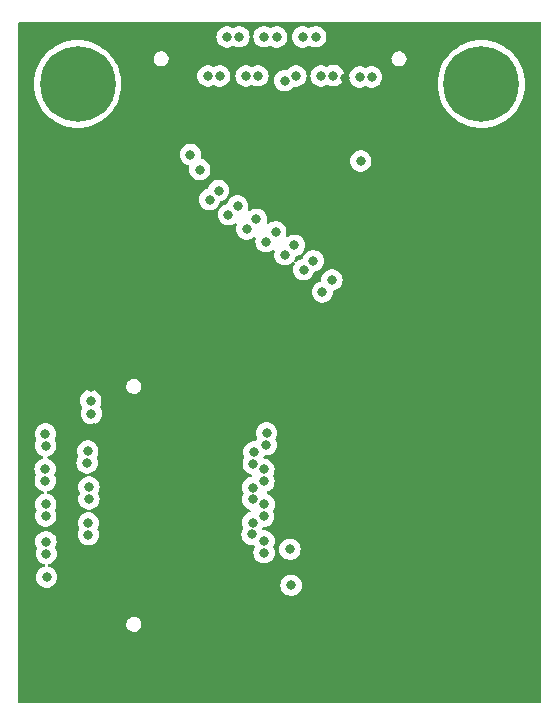
<source format=gbr>
%TF.GenerationSoftware,KiCad,Pcbnew,7.0.1*%
%TF.CreationDate,2023-08-08T21:16:00-04:00*%
%TF.ProjectId,syzygy-txr-to-std,73797a79-6779-42d7-9478-722d746f2d73,rev?*%
%TF.SameCoordinates,Original*%
%TF.FileFunction,Copper,L2,Inr*%
%TF.FilePolarity,Positive*%
%FSLAX46Y46*%
G04 Gerber Fmt 4.6, Leading zero omitted, Abs format (unit mm)*
G04 Created by KiCad (PCBNEW 7.0.1) date 2023-08-08 21:16:00*
%MOMM*%
%LPD*%
G01*
G04 APERTURE LIST*
%TA.AperFunction,ComponentPad*%
%ADD10C,6.400000*%
%TD*%
%TA.AperFunction,ViaPad*%
%ADD11C,0.800000*%
%TD*%
G04 APERTURE END LIST*
D10*
%TO.N,unconnected-(H2-Pad1)*%
%TO.C,H2*%
X137871201Y-68401399D03*
%TD*%
%TO.N,unconnected-(H1-Pad1)*%
%TO.C,H1*%
X172059601Y-68401399D03*
%TD*%
D11*
%TO.N,/SCL*%
X138988800Y-95199200D03*
X147421601Y-74371200D03*
%TO.N,/SDA*%
X139039600Y-96316800D03*
X148221601Y-75641200D03*
%TO.N,/5*%
X149047200Y-78181200D03*
X135149655Y-98023500D03*
%TO.N,/6*%
X153873200Y-97942400D03*
X148911297Y-67716400D03*
%TO.N,/7*%
X135159553Y-99022954D03*
X149821601Y-77419200D03*
%TO.N,/8*%
X149910800Y-67716400D03*
X153845722Y-98951005D03*
%TO.N,/9*%
X138734800Y-99472500D03*
X150639697Y-79468897D03*
%TO.N,/10*%
X150537069Y-64415033D03*
X152806400Y-99568000D03*
%TO.N,/11*%
X138684000Y-100482400D03*
X151421601Y-78740000D03*
%TO.N,/12*%
X152744053Y-100565556D03*
X151536400Y-64396511D03*
%TO.N,/13*%
X135128000Y-100990400D03*
X152196800Y-80670400D03*
%TO.N,/14*%
X152146000Y-67716400D03*
X153644391Y-101038478D03*
%TO.N,/15*%
X135135290Y-101989876D03*
X153021601Y-79857600D03*
%TO.N,/16*%
X153647035Y-102037977D03*
X153145467Y-67708025D03*
%TO.N,/17*%
X153824951Y-81740550D03*
X138836400Y-102530897D03*
%TO.N,/18*%
X153670000Y-64396511D03*
X152704800Y-102565200D03*
%TO.N,/19*%
X138836400Y-103530400D03*
X154656751Y-80908750D03*
%TO.N,/20*%
X152709761Y-103564690D03*
X154736800Y-64414400D03*
%TO.N,/21*%
X155427098Y-82860297D03*
X135178800Y-103987600D03*
%TO.N,/22*%
X153670000Y-103987600D03*
X155397200Y-68122800D03*
%TO.N,/23*%
X135178800Y-104987103D03*
X156233498Y-82053897D03*
%TO.N,/24*%
X156362400Y-67716400D03*
X153619200Y-105003600D03*
%TO.N,/25*%
X157021601Y-84124800D03*
X138785600Y-105562400D03*
%TO.N,/26*%
X156921200Y-64414400D03*
X152704800Y-105537300D03*
%TO.N,/27*%
X157821601Y-83362800D03*
X138785600Y-106561903D03*
%TO.N,/28*%
X152653595Y-106535490D03*
X158038800Y-64396511D03*
%TO.N,/29*%
X158597600Y-86004400D03*
X135189719Y-107154493D03*
%TO.N,/30*%
X153670000Y-107086400D03*
X158496000Y-67716400D03*
%TO.N,/31*%
X159410400Y-84988400D03*
X135229600Y-108153200D03*
%TO.N,/32*%
X159537400Y-67691000D03*
X153669247Y-108085902D03*
%TO.N,/37*%
X161848800Y-74930000D03*
X135255000Y-110159800D03*
%TO.N,/38*%
X155854400Y-107797600D03*
X161763697Y-67818000D03*
%TO.N,/3V3*%
X155956000Y-110845600D03*
X162763200Y-67818000D03*
%TO.N,GND*%
X160508584Y-67927234D03*
X140919200Y-113385600D03*
X139261085Y-97540985D03*
X153480100Y-69799200D03*
X138988800Y-94081600D03*
X145592800Y-69748400D03*
X140665200Y-109931200D03*
X164338000Y-68021200D03*
%TD*%
%TA.AperFunction,Conductor*%
%TO.N,GND*%
G36*
X177085100Y-63153513D02*
G01*
X177130487Y-63198900D01*
X177147100Y-63260900D01*
X177147100Y-120685900D01*
X177130487Y-120747900D01*
X177085100Y-120793287D01*
X177023100Y-120809900D01*
X132958500Y-120809900D01*
X132896500Y-120793287D01*
X132851113Y-120747900D01*
X132834500Y-120685900D01*
X132834500Y-114097455D01*
X141996700Y-114097455D01*
X142006814Y-114258203D01*
X142006815Y-114258205D01*
X142056588Y-114411392D01*
X142090094Y-114464190D01*
X142142893Y-114547388D01*
X142205534Y-114606211D01*
X142260309Y-114657648D01*
X142401455Y-114735244D01*
X142401457Y-114735245D01*
X142557463Y-114775300D01*
X142557465Y-114775300D01*
X142678110Y-114775300D01*
X142678112Y-114775300D01*
X142797801Y-114760180D01*
X142947559Y-114700886D01*
X142947559Y-114700885D01*
X143077867Y-114606211D01*
X143180537Y-114482105D01*
X143249118Y-114336364D01*
X143279299Y-114178147D01*
X143269185Y-114017395D01*
X143219412Y-113864208D01*
X143166612Y-113781010D01*
X143133106Y-113728211D01*
X143015691Y-113617952D01*
X142874542Y-113540354D01*
X142718537Y-113500300D01*
X142718535Y-113500300D01*
X142597890Y-113500300D01*
X142597888Y-113500300D01*
X142478198Y-113515419D01*
X142328440Y-113574713D01*
X142198134Y-113669388D01*
X142095464Y-113793492D01*
X142026882Y-113939236D01*
X141996700Y-114097455D01*
X132834500Y-114097455D01*
X132834500Y-107154493D01*
X134284259Y-107154493D01*
X134304045Y-107342750D01*
X134362539Y-107522777D01*
X134422357Y-107626383D01*
X134438970Y-107688382D01*
X134422358Y-107750381D01*
X134402421Y-107784913D01*
X134343926Y-107964942D01*
X134324140Y-108153199D01*
X134343926Y-108341457D01*
X134402420Y-108521484D01*
X134497066Y-108685416D01*
X134623729Y-108826089D01*
X134776869Y-108937351D01*
X134949797Y-109014344D01*
X135060661Y-109037909D01*
X135119764Y-109068806D01*
X135154313Y-109125852D01*
X135154313Y-109192545D01*
X135119765Y-109249591D01*
X135060662Y-109280489D01*
X134975197Y-109298655D01*
X134802269Y-109375648D01*
X134649129Y-109486910D01*
X134522466Y-109627583D01*
X134427820Y-109791515D01*
X134369326Y-109971542D01*
X134349540Y-110159799D01*
X134369326Y-110348057D01*
X134427820Y-110528084D01*
X134522466Y-110692016D01*
X134649129Y-110832689D01*
X134802269Y-110943951D01*
X134975197Y-111020944D01*
X135160352Y-111060300D01*
X135160354Y-111060300D01*
X135349646Y-111060300D01*
X135349648Y-111060300D01*
X135474056Y-111033856D01*
X135534803Y-111020944D01*
X135707730Y-110943951D01*
X135843099Y-110845600D01*
X155050540Y-110845600D01*
X155070326Y-111033857D01*
X155128820Y-111213884D01*
X155223466Y-111377816D01*
X155350129Y-111518489D01*
X155503269Y-111629751D01*
X155676197Y-111706744D01*
X155861352Y-111746100D01*
X155861354Y-111746100D01*
X156050646Y-111746100D01*
X156050648Y-111746100D01*
X156174084Y-111719862D01*
X156235803Y-111706744D01*
X156408730Y-111629751D01*
X156561871Y-111518488D01*
X156688533Y-111377816D01*
X156783179Y-111213884D01*
X156841674Y-111033856D01*
X156861460Y-110845600D01*
X156841674Y-110657344D01*
X156783179Y-110477316D01*
X156783179Y-110477315D01*
X156688533Y-110313383D01*
X156561870Y-110172710D01*
X156408730Y-110061448D01*
X156235802Y-109984455D01*
X156050648Y-109945100D01*
X156050646Y-109945100D01*
X155861354Y-109945100D01*
X155861352Y-109945100D01*
X155676197Y-109984455D01*
X155503269Y-110061448D01*
X155350129Y-110172710D01*
X155223466Y-110313383D01*
X155128820Y-110477315D01*
X155070326Y-110657342D01*
X155050540Y-110845600D01*
X135843099Y-110845600D01*
X135860871Y-110832688D01*
X135987533Y-110692016D01*
X136082179Y-110528084D01*
X136140674Y-110348056D01*
X136160460Y-110159800D01*
X136140674Y-109971544D01*
X136082179Y-109791516D01*
X136082179Y-109791515D01*
X135987533Y-109627583D01*
X135860870Y-109486910D01*
X135707730Y-109375648D01*
X135534802Y-109298655D01*
X135423937Y-109275090D01*
X135364834Y-109244192D01*
X135330286Y-109187146D01*
X135330286Y-109120453D01*
X135364835Y-109063407D01*
X135423934Y-109032510D01*
X135509403Y-109014344D01*
X135682330Y-108937351D01*
X135835471Y-108826088D01*
X135962133Y-108685416D01*
X136056779Y-108521484D01*
X136115274Y-108341456D01*
X136135060Y-108153200D01*
X136115274Y-107964944D01*
X136084932Y-107871563D01*
X136056779Y-107784915D01*
X135996961Y-107681307D01*
X135980348Y-107619306D01*
X135996959Y-107557310D01*
X136016898Y-107522777D01*
X136075393Y-107342749D01*
X136095179Y-107154493D01*
X136075393Y-106966237D01*
X136016898Y-106786209D01*
X136016898Y-106786208D01*
X135922252Y-106622276D01*
X135867892Y-106561903D01*
X137880140Y-106561903D01*
X137899926Y-106750160D01*
X137958420Y-106930187D01*
X138053066Y-107094119D01*
X138179729Y-107234792D01*
X138332869Y-107346054D01*
X138505797Y-107423047D01*
X138690952Y-107462403D01*
X138690954Y-107462403D01*
X138880246Y-107462403D01*
X138880248Y-107462403D01*
X139035914Y-107429315D01*
X139065403Y-107423047D01*
X139238330Y-107346054D01*
X139336600Y-107274657D01*
X139391470Y-107234792D01*
X139415253Y-107208379D01*
X139518133Y-107094119D01*
X139612779Y-106930187D01*
X139671274Y-106750159D01*
X139691060Y-106561903D01*
X139688284Y-106535490D01*
X151748135Y-106535490D01*
X151767921Y-106723747D01*
X151826415Y-106903774D01*
X151921061Y-107067706D01*
X152047724Y-107208379D01*
X152200864Y-107319641D01*
X152373792Y-107396634D01*
X152558947Y-107435990D01*
X152760436Y-107435990D01*
X152822436Y-107452603D01*
X152867823Y-107497990D01*
X152882550Y-107523498D01*
X152899163Y-107585497D01*
X152882551Y-107647497D01*
X152842067Y-107717618D01*
X152783573Y-107897644D01*
X152763787Y-108085902D01*
X152783573Y-108274159D01*
X152842067Y-108454186D01*
X152936713Y-108618118D01*
X153063376Y-108758791D01*
X153216516Y-108870053D01*
X153389444Y-108947046D01*
X153574599Y-108986402D01*
X153574601Y-108986402D01*
X153763893Y-108986402D01*
X153763895Y-108986402D01*
X153887330Y-108960164D01*
X153949050Y-108947046D01*
X154121977Y-108870053D01*
X154121976Y-108870053D01*
X154275117Y-108758791D01*
X154401780Y-108618118D01*
X154496426Y-108454186D01*
X154533054Y-108341456D01*
X154554921Y-108274158D01*
X154574707Y-108085902D01*
X154554921Y-107897646D01*
X154522414Y-107797600D01*
X154948940Y-107797600D01*
X154968726Y-107985857D01*
X155027220Y-108165884D01*
X155121866Y-108329816D01*
X155248529Y-108470489D01*
X155401669Y-108581751D01*
X155574597Y-108658744D01*
X155759752Y-108698100D01*
X155759754Y-108698100D01*
X155949046Y-108698100D01*
X155949048Y-108698100D01*
X156072484Y-108671862D01*
X156134203Y-108658744D01*
X156307130Y-108581751D01*
X156460271Y-108470488D01*
X156586933Y-108329816D01*
X156681579Y-108165884D01*
X156740074Y-107985856D01*
X156759860Y-107797600D01*
X156740074Y-107609344D01*
X156689822Y-107454684D01*
X156681579Y-107429315D01*
X156586933Y-107265383D01*
X156460270Y-107124710D01*
X156307130Y-107013448D01*
X156134202Y-106936455D01*
X155949048Y-106897100D01*
X155949046Y-106897100D01*
X155759754Y-106897100D01*
X155759752Y-106897100D01*
X155574597Y-106936455D01*
X155401669Y-107013448D01*
X155248529Y-107124710D01*
X155121866Y-107265383D01*
X155027220Y-107429315D01*
X154968726Y-107609342D01*
X154948940Y-107797600D01*
X154522414Y-107797600D01*
X154518292Y-107784913D01*
X154496427Y-107717620D01*
X154496426Y-107717618D01*
X154456693Y-107648799D01*
X154440082Y-107586803D01*
X154456696Y-107524802D01*
X154497178Y-107454685D01*
X154497179Y-107454684D01*
X154555674Y-107274656D01*
X154575460Y-107086400D01*
X154555674Y-106898144D01*
X154507591Y-106750160D01*
X154497179Y-106718115D01*
X154402533Y-106554183D01*
X154275870Y-106413510D01*
X154122730Y-106302248D01*
X153949802Y-106225255D01*
X153764648Y-106185900D01*
X153764646Y-106185900D01*
X153584913Y-106185900D01*
X153522913Y-106169287D01*
X153477526Y-106123901D01*
X153460913Y-106061901D01*
X153477525Y-105999901D01*
X153497040Y-105966099D01*
X153542426Y-105920713D01*
X153604427Y-105904100D01*
X153713848Y-105904100D01*
X153837283Y-105877862D01*
X153899003Y-105864744D01*
X154071930Y-105787751D01*
X154157533Y-105725557D01*
X154225070Y-105676489D01*
X154351733Y-105535816D01*
X154446379Y-105371884D01*
X154453801Y-105349042D01*
X154504874Y-105191856D01*
X154524660Y-105003600D01*
X154504874Y-104815344D01*
X154446379Y-104635316D01*
X154426908Y-104601592D01*
X154410296Y-104539594D01*
X154426907Y-104477597D01*
X154497179Y-104355884D01*
X154555674Y-104175856D01*
X154575460Y-103987600D01*
X154555674Y-103799344D01*
X154497179Y-103619316D01*
X154497179Y-103619315D01*
X154402533Y-103455383D01*
X154275870Y-103314710D01*
X154122730Y-103203448D01*
X153937896Y-103121154D01*
X153939372Y-103117836D01*
X153906655Y-103101572D01*
X153871488Y-103050924D01*
X153865062Y-102989600D01*
X153888967Y-102932763D01*
X153937290Y-102894467D01*
X154099765Y-102822128D01*
X154099765Y-102822127D01*
X154099767Y-102822127D01*
X154252905Y-102710866D01*
X154296216Y-102662765D01*
X154379568Y-102570193D01*
X154474214Y-102406261D01*
X154532709Y-102226233D01*
X154552495Y-102037977D01*
X154532709Y-101849721D01*
X154499250Y-101746745D01*
X154474215Y-101669695D01*
X154471331Y-101664700D01*
X154432783Y-101597933D01*
X154416172Y-101535937D01*
X154432784Y-101473939D01*
X154471570Y-101406762D01*
X154530065Y-101226734D01*
X154549851Y-101038478D01*
X154530065Y-100850222D01*
X154498739Y-100753812D01*
X154471570Y-100670193D01*
X154376924Y-100506261D01*
X154250261Y-100365588D01*
X154097121Y-100254326D01*
X153924193Y-100177333D01*
X153739039Y-100137978D01*
X153739037Y-100137978D01*
X153731905Y-100137978D01*
X153669905Y-100121365D01*
X153624517Y-100075977D01*
X153607905Y-100013977D01*
X153624519Y-99951976D01*
X153625209Y-99950782D01*
X153633101Y-99937112D01*
X153640097Y-99924995D01*
X153640268Y-99925093D01*
X153659067Y-99892533D01*
X153700782Y-99862225D01*
X153751217Y-99851505D01*
X153940370Y-99851505D01*
X154063806Y-99825267D01*
X154125525Y-99812149D01*
X154298452Y-99735156D01*
X154451593Y-99623893D01*
X154578255Y-99483221D01*
X154672901Y-99319289D01*
X154731396Y-99139261D01*
X154751182Y-98951005D01*
X154731396Y-98762749D01*
X154672901Y-98582721D01*
X154643902Y-98532494D01*
X154627291Y-98470499D01*
X154643902Y-98408503D01*
X154700379Y-98310684D01*
X154758874Y-98130656D01*
X154778660Y-97942400D01*
X154758874Y-97754144D01*
X154700379Y-97574116D01*
X154700379Y-97574115D01*
X154605733Y-97410183D01*
X154479070Y-97269510D01*
X154325930Y-97158248D01*
X154153002Y-97081255D01*
X153967848Y-97041900D01*
X153967846Y-97041900D01*
X153778554Y-97041900D01*
X153778552Y-97041900D01*
X153593397Y-97081255D01*
X153420469Y-97158248D01*
X153267329Y-97269510D01*
X153140666Y-97410183D01*
X153046020Y-97574115D01*
X152987526Y-97754142D01*
X152967740Y-97942399D01*
X152987526Y-98130657D01*
X153046020Y-98310684D01*
X153075016Y-98360905D01*
X153091629Y-98422904D01*
X153075016Y-98484904D01*
X153018543Y-98582721D01*
X153018541Y-98582724D01*
X153012028Y-98594007D01*
X153011856Y-98593908D01*
X152993056Y-98626472D01*
X152951341Y-98656780D01*
X152900906Y-98667500D01*
X152711752Y-98667500D01*
X152526597Y-98706855D01*
X152353669Y-98783848D01*
X152200529Y-98895110D01*
X152073866Y-99035783D01*
X151979220Y-99199715D01*
X151920726Y-99379742D01*
X151900940Y-99567999D01*
X151920726Y-99756257D01*
X151979221Y-99936285D01*
X151987591Y-99950782D01*
X152004205Y-100012782D01*
X151987592Y-100074783D01*
X151916873Y-100197271D01*
X151858379Y-100377298D01*
X151838593Y-100565555D01*
X151858379Y-100753813D01*
X151916873Y-100933840D01*
X152011519Y-101097772D01*
X152138182Y-101238445D01*
X152291322Y-101349707D01*
X152464250Y-101426701D01*
X152526424Y-101439916D01*
X152585527Y-101470814D01*
X152620076Y-101527860D01*
X152620076Y-101594552D01*
X152585528Y-101651598D01*
X152526425Y-101682496D01*
X152424997Y-101704055D01*
X152252069Y-101781048D01*
X152098929Y-101892310D01*
X151972266Y-102032983D01*
X151877620Y-102196915D01*
X151819126Y-102376942D01*
X151799340Y-102565200D01*
X151819126Y-102753457D01*
X151877620Y-102933484D01*
X151920204Y-103007241D01*
X151936817Y-103069241D01*
X151920205Y-103131240D01*
X151882581Y-103196406D01*
X151824087Y-103376432D01*
X151804301Y-103564690D01*
X151824087Y-103752947D01*
X151882581Y-103932974D01*
X151977227Y-104096906D01*
X152103890Y-104237579D01*
X152257030Y-104348841D01*
X152429955Y-104425833D01*
X152429956Y-104425833D01*
X152429958Y-104425834D01*
X152445684Y-104429176D01*
X152504787Y-104460073D01*
X152539336Y-104517118D01*
X152539338Y-104583810D01*
X152504791Y-104640857D01*
X152445689Y-104671757D01*
X152424995Y-104676155D01*
X152252069Y-104753148D01*
X152098929Y-104864410D01*
X151972266Y-105005083D01*
X151877620Y-105169015D01*
X151819126Y-105349042D01*
X151799340Y-105537300D01*
X151819126Y-105725557D01*
X151877620Y-105905583D01*
X151891746Y-105930050D01*
X151908358Y-105992049D01*
X151891746Y-106054048D01*
X151826415Y-106167206D01*
X151767921Y-106347232D01*
X151748135Y-106535490D01*
X139688284Y-106535490D01*
X139671274Y-106373647D01*
X139612779Y-106193619D01*
X139572669Y-106124147D01*
X139556058Y-106062151D01*
X139572671Y-106000152D01*
X139612779Y-105930684D01*
X139671274Y-105750656D01*
X139691060Y-105562400D01*
X139671274Y-105374144D01*
X139612779Y-105194116D01*
X139612779Y-105194115D01*
X139518133Y-105030183D01*
X139391470Y-104889510D01*
X139238330Y-104778248D01*
X139065402Y-104701255D01*
X138932887Y-104673088D01*
X138873784Y-104642190D01*
X138839236Y-104585144D01*
X138839236Y-104518451D01*
X138873785Y-104461405D01*
X138932883Y-104430509D01*
X139116203Y-104391544D01*
X139116204Y-104391543D01*
X139116206Y-104391543D01*
X139289130Y-104314551D01*
X139442270Y-104203289D01*
X139568933Y-104062616D01*
X139663579Y-103898684D01*
X139663579Y-103898683D01*
X139722074Y-103718656D01*
X139741860Y-103530400D01*
X139722074Y-103342144D01*
X139663579Y-103162116D01*
X139623469Y-103092644D01*
X139606858Y-103030648D01*
X139623471Y-102968649D01*
X139663579Y-102899181D01*
X139722074Y-102719153D01*
X139741860Y-102530897D01*
X139722074Y-102342641D01*
X139674725Y-102196916D01*
X139663579Y-102162612D01*
X139568933Y-101998680D01*
X139442270Y-101858007D01*
X139289130Y-101746745D01*
X139116202Y-101669752D01*
X138931048Y-101630397D01*
X138931046Y-101630397D01*
X138794045Y-101630397D01*
X138763318Y-101622735D01*
X138752136Y-101628190D01*
X138556597Y-101669752D01*
X138383669Y-101746745D01*
X138230529Y-101858007D01*
X138103866Y-101998680D01*
X138009220Y-102162612D01*
X137950726Y-102342639D01*
X137930940Y-102530897D01*
X137950726Y-102719154D01*
X138009220Y-102899181D01*
X138049327Y-102968648D01*
X138065940Y-103030648D01*
X138049328Y-103092647D01*
X138009220Y-103162116D01*
X137950726Y-103342142D01*
X137930940Y-103530400D01*
X137950726Y-103718657D01*
X138009220Y-103898684D01*
X138103866Y-104062616D01*
X138230529Y-104203289D01*
X138383669Y-104314551D01*
X138556596Y-104391544D01*
X138689112Y-104419711D01*
X138748215Y-104450609D01*
X138782763Y-104507655D01*
X138782763Y-104574347D01*
X138748215Y-104631393D01*
X138689112Y-104662291D01*
X138505797Y-104701255D01*
X138332869Y-104778248D01*
X138179729Y-104889510D01*
X138053066Y-105030183D01*
X137958420Y-105194115D01*
X137899926Y-105374142D01*
X137880140Y-105562399D01*
X137899926Y-105750657D01*
X137958420Y-105930684D01*
X137998527Y-106000151D01*
X138015140Y-106062151D01*
X137998528Y-106124150D01*
X137958420Y-106193619D01*
X137899926Y-106373645D01*
X137880140Y-106561903D01*
X135867892Y-106561903D01*
X135795589Y-106481603D01*
X135642449Y-106370341D01*
X135469521Y-106293348D01*
X135284367Y-106253993D01*
X135284365Y-106253993D01*
X135095073Y-106253993D01*
X135095071Y-106253993D01*
X134909916Y-106293348D01*
X134736988Y-106370341D01*
X134583848Y-106481603D01*
X134457185Y-106622276D01*
X134362539Y-106786208D01*
X134304045Y-106966235D01*
X134284259Y-107154493D01*
X132834500Y-107154493D01*
X132834500Y-100990400D01*
X134222540Y-100990400D01*
X134242326Y-101178657D01*
X134300820Y-101358684D01*
X134344564Y-101434450D01*
X134361177Y-101496449D01*
X134344565Y-101558448D01*
X134308111Y-101621590D01*
X134249616Y-101801618D01*
X134229830Y-101989876D01*
X134249616Y-102178133D01*
X134308110Y-102358160D01*
X134402756Y-102522092D01*
X134529419Y-102662765D01*
X134682559Y-102774027D01*
X134855487Y-102851020D01*
X134954527Y-102872072D01*
X135013630Y-102902970D01*
X135048178Y-102960016D01*
X135048178Y-103026708D01*
X135013630Y-103083754D01*
X134954527Y-103114652D01*
X134898997Y-103126455D01*
X134726069Y-103203448D01*
X134572929Y-103314710D01*
X134446266Y-103455383D01*
X134351620Y-103619315D01*
X134293126Y-103799342D01*
X134273340Y-103987599D01*
X134293126Y-104175857D01*
X134351620Y-104355884D01*
X134391727Y-104425351D01*
X134408340Y-104487351D01*
X134391728Y-104549350D01*
X134351620Y-104618819D01*
X134293126Y-104798845D01*
X134273340Y-104987103D01*
X134293126Y-105175360D01*
X134351620Y-105355387D01*
X134446266Y-105519319D01*
X134572929Y-105659992D01*
X134726069Y-105771254D01*
X134898997Y-105848247D01*
X135084152Y-105887603D01*
X135084154Y-105887603D01*
X135273446Y-105887603D01*
X135273448Y-105887603D01*
X135396884Y-105861365D01*
X135458603Y-105848247D01*
X135631530Y-105771254D01*
X135631530Y-105771253D01*
X135784670Y-105659992D01*
X135911333Y-105519319D01*
X136005979Y-105355387D01*
X136058379Y-105194116D01*
X136064474Y-105175359D01*
X136084260Y-104987103D01*
X136064474Y-104798847D01*
X136013140Y-104640857D01*
X136005980Y-104618821D01*
X135996034Y-104601594D01*
X135965869Y-104549347D01*
X135949258Y-104487351D01*
X135965871Y-104425352D01*
X136005979Y-104355884D01*
X136064474Y-104175856D01*
X136084260Y-103987600D01*
X136064474Y-103799344D01*
X136005979Y-103619316D01*
X136005979Y-103619315D01*
X135911333Y-103455383D01*
X135784670Y-103314710D01*
X135631530Y-103203448D01*
X135458603Y-103126455D01*
X135359561Y-103105403D01*
X135300459Y-103074505D01*
X135265911Y-103017458D01*
X135265911Y-102950766D01*
X135300460Y-102893720D01*
X135359560Y-102862823D01*
X135415093Y-102851020D01*
X135415094Y-102851019D01*
X135415096Y-102851019D01*
X135588020Y-102774027D01*
X135741160Y-102662765D01*
X135867823Y-102522092D01*
X135962469Y-102358160D01*
X135967512Y-102342639D01*
X136020964Y-102178132D01*
X136040750Y-101989876D01*
X136020964Y-101801620D01*
X135964613Y-101628190D01*
X135962470Y-101621594D01*
X135948812Y-101597938D01*
X135918723Y-101545821D01*
X135902111Y-101483823D01*
X135918724Y-101421825D01*
X135955179Y-101358684D01*
X136013674Y-101178656D01*
X136033460Y-100990400D01*
X136013674Y-100802144D01*
X135955179Y-100622116D01*
X135955179Y-100622115D01*
X135874514Y-100482399D01*
X137778540Y-100482399D01*
X137798326Y-100670657D01*
X137856820Y-100850684D01*
X137951466Y-101014616D01*
X138078129Y-101155289D01*
X138231269Y-101266551D01*
X138404197Y-101343544D01*
X138589352Y-101382900D01*
X138726355Y-101382900D01*
X138757081Y-101390561D01*
X138768264Y-101385107D01*
X138892584Y-101358682D01*
X138963803Y-101343544D01*
X139136730Y-101266551D01*
X139289871Y-101155288D01*
X139416533Y-101014616D01*
X139511179Y-100850684D01*
X139569674Y-100670656D01*
X139589460Y-100482400D01*
X139569674Y-100294144D01*
X139511179Y-100114116D01*
X139493468Y-100083441D01*
X139476857Y-100021445D01*
X139493470Y-99959445D01*
X139506842Y-99936285D01*
X139561979Y-99840784D01*
X139620474Y-99660756D01*
X139640260Y-99472500D01*
X139620474Y-99284244D01*
X139561979Y-99104216D01*
X139561979Y-99104215D01*
X139467333Y-98940283D01*
X139340670Y-98799610D01*
X139187530Y-98688348D01*
X139014602Y-98611355D01*
X138829448Y-98572000D01*
X138829446Y-98572000D01*
X138640154Y-98572000D01*
X138640152Y-98572000D01*
X138454997Y-98611355D01*
X138282069Y-98688348D01*
X138128929Y-98799610D01*
X138002266Y-98940283D01*
X137907620Y-99104215D01*
X137849126Y-99284242D01*
X137829340Y-99472500D01*
X137849126Y-99660757D01*
X137907620Y-99840784D01*
X137925329Y-99871456D01*
X137941942Y-99933456D01*
X137925329Y-99995456D01*
X137856820Y-100114115D01*
X137798326Y-100294142D01*
X137778540Y-100482399D01*
X135874514Y-100482399D01*
X135860533Y-100458183D01*
X135733870Y-100317510D01*
X135580730Y-100206248D01*
X135395896Y-100123954D01*
X135397317Y-100120761D01*
X135358408Y-100100415D01*
X135323865Y-100043368D01*
X135323868Y-99976678D01*
X135358418Y-99919635D01*
X135417518Y-99888739D01*
X135439356Y-99884098D01*
X135439357Y-99884097D01*
X135439359Y-99884097D01*
X135612283Y-99807105D01*
X135765423Y-99695843D01*
X135892086Y-99555170D01*
X135986732Y-99391238D01*
X136010110Y-99319289D01*
X136045227Y-99211210D01*
X136065013Y-99022954D01*
X136045227Y-98834698D01*
X135986732Y-98654670D01*
X135986732Y-98654669D01*
X135941690Y-98576655D01*
X135925077Y-98514655D01*
X135941690Y-98452654D01*
X135958866Y-98422905D01*
X135976834Y-98391784D01*
X136035329Y-98211756D01*
X136055115Y-98023500D01*
X136035329Y-97835244D01*
X135976834Y-97655216D01*
X135976834Y-97655215D01*
X135882188Y-97491283D01*
X135755525Y-97350610D01*
X135602385Y-97239348D01*
X135429457Y-97162355D01*
X135244303Y-97123000D01*
X135244301Y-97123000D01*
X135055009Y-97123000D01*
X135055007Y-97123000D01*
X134869852Y-97162355D01*
X134696924Y-97239348D01*
X134543784Y-97350610D01*
X134417121Y-97491283D01*
X134322475Y-97655215D01*
X134263981Y-97835242D01*
X134244195Y-98023500D01*
X134263981Y-98211757D01*
X134322475Y-98391784D01*
X134367517Y-98469798D01*
X134384130Y-98531797D01*
X134367518Y-98593797D01*
X134332373Y-98654670D01*
X134273879Y-98834696D01*
X134267529Y-98895112D01*
X134254093Y-99022954D01*
X134262634Y-99104215D01*
X134273879Y-99211211D01*
X134332373Y-99391238D01*
X134427019Y-99555170D01*
X134553682Y-99695843D01*
X134706822Y-99807105D01*
X134891657Y-99889400D01*
X134890234Y-99892595D01*
X134929126Y-99912920D01*
X134963682Y-99969965D01*
X134963688Y-100036660D01*
X134929141Y-100093711D01*
X134870037Y-100124613D01*
X134848195Y-100129255D01*
X134675269Y-100206248D01*
X134522129Y-100317510D01*
X134395466Y-100458183D01*
X134300820Y-100622115D01*
X134242326Y-100802142D01*
X134222540Y-100990400D01*
X132834500Y-100990400D01*
X132834500Y-95199200D01*
X138083340Y-95199200D01*
X138103126Y-95387457D01*
X138161620Y-95567484D01*
X138261219Y-95739994D01*
X138277832Y-95801994D01*
X138261219Y-95863994D01*
X138212420Y-95948515D01*
X138153926Y-96128542D01*
X138134140Y-96316799D01*
X138153926Y-96505057D01*
X138212420Y-96685084D01*
X138307066Y-96849016D01*
X138433729Y-96989689D01*
X138586869Y-97100951D01*
X138759797Y-97177944D01*
X138944952Y-97217300D01*
X138944954Y-97217300D01*
X139134246Y-97217300D01*
X139134248Y-97217300D01*
X139257683Y-97191062D01*
X139319403Y-97177944D01*
X139492330Y-97100951D01*
X139645471Y-96989688D01*
X139772133Y-96849016D01*
X139866779Y-96685084D01*
X139925274Y-96505056D01*
X139945060Y-96316800D01*
X139925274Y-96128544D01*
X139866779Y-95948516D01*
X139866779Y-95948515D01*
X139767180Y-95776005D01*
X139750567Y-95714004D01*
X139767179Y-95652007D01*
X139815979Y-95567484D01*
X139874474Y-95387456D01*
X139894260Y-95199200D01*
X139874474Y-95010944D01*
X139815979Y-94830916D01*
X139815979Y-94830915D01*
X139721333Y-94666983D01*
X139594670Y-94526310D01*
X139441530Y-94415048D01*
X139268602Y-94338055D01*
X139083448Y-94298700D01*
X139083446Y-94298700D01*
X138894154Y-94298700D01*
X138894152Y-94298700D01*
X138708997Y-94338055D01*
X138536069Y-94415048D01*
X138382929Y-94526310D01*
X138256266Y-94666983D01*
X138161620Y-94830915D01*
X138103126Y-95010942D01*
X138083340Y-95199200D01*
X132834500Y-95199200D01*
X132834500Y-93967455D01*
X141996700Y-93967455D01*
X142006814Y-94128203D01*
X142006815Y-94128205D01*
X142056588Y-94281392D01*
X142067572Y-94298700D01*
X142142893Y-94417388D01*
X142205534Y-94476211D01*
X142260309Y-94527648D01*
X142401455Y-94605244D01*
X142401457Y-94605245D01*
X142557463Y-94645300D01*
X142557465Y-94645300D01*
X142678110Y-94645300D01*
X142678112Y-94645300D01*
X142797801Y-94630180D01*
X142947559Y-94570886D01*
X142947558Y-94570886D01*
X143077867Y-94476211D01*
X143180537Y-94352105D01*
X143249118Y-94206364D01*
X143279299Y-94048147D01*
X143269185Y-93887395D01*
X143219412Y-93734208D01*
X143166612Y-93651010D01*
X143133106Y-93598211D01*
X143015691Y-93487952D01*
X142874542Y-93410354D01*
X142718537Y-93370300D01*
X142718535Y-93370300D01*
X142597890Y-93370300D01*
X142597888Y-93370300D01*
X142478198Y-93385419D01*
X142328440Y-93444713D01*
X142198134Y-93539388D01*
X142095464Y-93663492D01*
X142026882Y-93809236D01*
X141996700Y-93967455D01*
X132834500Y-93967455D01*
X132834500Y-86004400D01*
X157692140Y-86004400D01*
X157711926Y-86192657D01*
X157770420Y-86372684D01*
X157865066Y-86536616D01*
X157991729Y-86677289D01*
X158144869Y-86788551D01*
X158317797Y-86865544D01*
X158502952Y-86904900D01*
X158502954Y-86904900D01*
X158692246Y-86904900D01*
X158692248Y-86904900D01*
X158815684Y-86878662D01*
X158877403Y-86865544D01*
X159050330Y-86788551D01*
X159203471Y-86677288D01*
X159330133Y-86536616D01*
X159424779Y-86372684D01*
X159483274Y-86192656D01*
X159503060Y-86004400D01*
X159502900Y-86002878D01*
X159504168Y-85993850D01*
X159504422Y-85991439D01*
X159504506Y-85991447D01*
X159511248Y-85943465D01*
X159546514Y-85894925D01*
X159600440Y-85868624D01*
X159661313Y-85855684D01*
X159690203Y-85849544D01*
X159863130Y-85772551D01*
X160016271Y-85661288D01*
X160142933Y-85520616D01*
X160237579Y-85356684D01*
X160296074Y-85176656D01*
X160315860Y-84988400D01*
X160296074Y-84800144D01*
X160237579Y-84620116D01*
X160237579Y-84620115D01*
X160142933Y-84456183D01*
X160016270Y-84315510D01*
X159863130Y-84204248D01*
X159690202Y-84127255D01*
X159505048Y-84087900D01*
X159505046Y-84087900D01*
X159315754Y-84087900D01*
X159315752Y-84087900D01*
X159130597Y-84127255D01*
X158957669Y-84204248D01*
X158804529Y-84315510D01*
X158677866Y-84456183D01*
X158583220Y-84620115D01*
X158524726Y-84800142D01*
X158504940Y-84988400D01*
X158505100Y-84989927D01*
X158503830Y-84998958D01*
X158503578Y-85001361D01*
X158503494Y-85001352D01*
X158496749Y-85049338D01*
X158461484Y-85097875D01*
X158407561Y-85124175D01*
X158317796Y-85143255D01*
X158144869Y-85220248D01*
X157991729Y-85331510D01*
X157865066Y-85472183D01*
X157770420Y-85636115D01*
X157711926Y-85816142D01*
X157692140Y-86004400D01*
X132834500Y-86004400D01*
X132834500Y-79468897D01*
X149734237Y-79468897D01*
X149754023Y-79657154D01*
X149812517Y-79837181D01*
X149907163Y-80001113D01*
X150033826Y-80141786D01*
X150186966Y-80253048D01*
X150359894Y-80330041D01*
X150545049Y-80369397D01*
X150545051Y-80369397D01*
X150734343Y-80369397D01*
X150734345Y-80369397D01*
X150857780Y-80343159D01*
X150919500Y-80330041D01*
X150988890Y-80299145D01*
X151092424Y-80253050D01*
X151092427Y-80253048D01*
X151167401Y-80198575D01*
X151224743Y-80175873D01*
X151285932Y-80183602D01*
X151335828Y-80219854D01*
X151362088Y-80275659D01*
X151358216Y-80337212D01*
X151311126Y-80482140D01*
X151304996Y-80540465D01*
X151291340Y-80670400D01*
X151296356Y-80718123D01*
X151311126Y-80858657D01*
X151369620Y-81038684D01*
X151464266Y-81202616D01*
X151590929Y-81343289D01*
X151744069Y-81454551D01*
X151916997Y-81531544D01*
X152102152Y-81570900D01*
X152102154Y-81570900D01*
X152291446Y-81570900D01*
X152291448Y-81570900D01*
X152414884Y-81544662D01*
X152476603Y-81531544D01*
X152545993Y-81500648D01*
X152649527Y-81454553D01*
X152668228Y-81440966D01*
X152761641Y-81373097D01*
X152818982Y-81350395D01*
X152880170Y-81358124D01*
X152930067Y-81394375D01*
X152956327Y-81450180D01*
X152952456Y-81511733D01*
X152939277Y-81552294D01*
X152931931Y-81622187D01*
X152919491Y-81740550D01*
X152939277Y-81928807D01*
X152997771Y-82108834D01*
X153092417Y-82272766D01*
X153219080Y-82413439D01*
X153372220Y-82524701D01*
X153545148Y-82601694D01*
X153730303Y-82641050D01*
X153730305Y-82641050D01*
X153919597Y-82641050D01*
X153919599Y-82641050D01*
X154043035Y-82614812D01*
X154104754Y-82601694D01*
X154174144Y-82570798D01*
X154277678Y-82524703D01*
X154277681Y-82524701D01*
X154376847Y-82452652D01*
X154434188Y-82429950D01*
X154495377Y-82437679D01*
X154545273Y-82473931D01*
X154571533Y-82529736D01*
X154567661Y-82591289D01*
X154541424Y-82672037D01*
X154521638Y-82860297D01*
X154541424Y-83048554D01*
X154599918Y-83228581D01*
X154694564Y-83392513D01*
X154821227Y-83533186D01*
X154974367Y-83644448D01*
X155147295Y-83721441D01*
X155332450Y-83760797D01*
X155332452Y-83760797D01*
X155521744Y-83760797D01*
X155521746Y-83760797D01*
X155661534Y-83731084D01*
X155706901Y-83721441D01*
X155879828Y-83644448D01*
X156032969Y-83533185D01*
X156052913Y-83511034D01*
X156102652Y-83477485D01*
X156162320Y-83471214D01*
X156217948Y-83493689D01*
X156256513Y-83539649D01*
X156268987Y-83598334D01*
X156252450Y-83656007D01*
X156194421Y-83756515D01*
X156135927Y-83936542D01*
X156116141Y-84124800D01*
X156135927Y-84313057D01*
X156194421Y-84493084D01*
X156289067Y-84657016D01*
X156415730Y-84797689D01*
X156568870Y-84908951D01*
X156741798Y-84985944D01*
X156926953Y-85025300D01*
X156926955Y-85025300D01*
X157116247Y-85025300D01*
X157116249Y-85025300D01*
X157289849Y-84988400D01*
X157301404Y-84985944D01*
X157474331Y-84908951D01*
X157624092Y-84800144D01*
X157627471Y-84797689D01*
X157754134Y-84657016D01*
X157848780Y-84493084D01*
X157901852Y-84329745D01*
X157936811Y-84275913D01*
X157994003Y-84246773D01*
X158064568Y-84231773D01*
X158101404Y-84223944D01*
X158274331Y-84146951D01*
X158427472Y-84035688D01*
X158554134Y-83895016D01*
X158648780Y-83731084D01*
X158707275Y-83551056D01*
X158727061Y-83362800D01*
X158707275Y-83174544D01*
X158665244Y-83045187D01*
X158648780Y-82994515D01*
X158554134Y-82830583D01*
X158427471Y-82689910D01*
X158274331Y-82578648D01*
X158101403Y-82501655D01*
X157916249Y-82462300D01*
X157916247Y-82462300D01*
X157726955Y-82462300D01*
X157726953Y-82462300D01*
X157541798Y-82501655D01*
X157368870Y-82578648D01*
X157215730Y-82689910D01*
X157089067Y-82830583D01*
X156994422Y-82994514D01*
X156941349Y-83157855D01*
X156906390Y-83211686D01*
X156849200Y-83240826D01*
X156741797Y-83263655D01*
X156568870Y-83340648D01*
X156415731Y-83451910D01*
X156395783Y-83474064D01*
X156346043Y-83507612D01*
X156286375Y-83513882D01*
X156230748Y-83491406D01*
X156192184Y-83445445D01*
X156179711Y-83386760D01*
X156196246Y-83329092D01*
X156254277Y-83228581D01*
X156312772Y-83048553D01*
X156313126Y-83045183D01*
X156329058Y-82996148D01*
X156363560Y-82957829D01*
X156410666Y-82936857D01*
X156480029Y-82922112D01*
X156513301Y-82915041D01*
X156686228Y-82838048D01*
X156839369Y-82726785D01*
X156966031Y-82586113D01*
X157060677Y-82422181D01*
X157119172Y-82242153D01*
X157138958Y-82053897D01*
X157119172Y-81865641D01*
X157060677Y-81685613D01*
X157060677Y-81685612D01*
X156966031Y-81521680D01*
X156839368Y-81381007D01*
X156686228Y-81269745D01*
X156513300Y-81192752D01*
X156328146Y-81153397D01*
X156328144Y-81153397D01*
X156138852Y-81153397D01*
X156138850Y-81153397D01*
X155953695Y-81192752D01*
X155780767Y-81269745D01*
X155704049Y-81325484D01*
X155646705Y-81348188D01*
X155585516Y-81340458D01*
X155535620Y-81304206D01*
X155509360Y-81248401D01*
X155513233Y-81186848D01*
X155524102Y-81153397D01*
X155542425Y-81097006D01*
X155562211Y-80908750D01*
X155542425Y-80720494D01*
X155512083Y-80627113D01*
X155483930Y-80540465D01*
X155389284Y-80376533D01*
X155262621Y-80235860D01*
X155109481Y-80124598D01*
X154936553Y-80047605D01*
X154751399Y-80008250D01*
X154751397Y-80008250D01*
X154562105Y-80008250D01*
X154562103Y-80008250D01*
X154376948Y-80047605D01*
X154204020Y-80124598D01*
X154090830Y-80206835D01*
X154033485Y-80229539D01*
X153972296Y-80221809D01*
X153922400Y-80185556D01*
X153896141Y-80129750D01*
X153900014Y-80068200D01*
X153907275Y-80045856D01*
X153927061Y-79857600D01*
X153907275Y-79669344D01*
X153848780Y-79489316D01*
X153848780Y-79489315D01*
X153754134Y-79325383D01*
X153627471Y-79184710D01*
X153474331Y-79073448D01*
X153301403Y-78996455D01*
X153116249Y-78957100D01*
X153116247Y-78957100D01*
X152926955Y-78957100D01*
X152926953Y-78957100D01*
X152741798Y-78996455D01*
X152568873Y-79073446D01*
X152473430Y-79142790D01*
X152416086Y-79165493D01*
X152354897Y-79157763D01*
X152305001Y-79121511D01*
X152278741Y-79065706D01*
X152282614Y-79004153D01*
X152285115Y-78996456D01*
X152307275Y-78928256D01*
X152327061Y-78740000D01*
X152307275Y-78551744D01*
X152248780Y-78371716D01*
X152248780Y-78371715D01*
X152154134Y-78207783D01*
X152027471Y-78067110D01*
X151874331Y-77955848D01*
X151701403Y-77878855D01*
X151516249Y-77839500D01*
X151516247Y-77839500D01*
X151326955Y-77839500D01*
X151326953Y-77839500D01*
X151141798Y-77878855D01*
X150968870Y-77955848D01*
X150815730Y-78067110D01*
X150689067Y-78207783D01*
X150594422Y-78371714D01*
X150551560Y-78503628D01*
X150516601Y-78557459D01*
X150459411Y-78586599D01*
X150359893Y-78607752D01*
X150186966Y-78684745D01*
X150033825Y-78796008D01*
X149982149Y-78853400D01*
X149932409Y-78886949D01*
X149919586Y-78888296D01*
X149904283Y-78941669D01*
X149812517Y-79100612D01*
X149754023Y-79280639D01*
X149734237Y-79468897D01*
X132834500Y-79468897D01*
X132834500Y-78181199D01*
X148141740Y-78181199D01*
X148161526Y-78369457D01*
X148220020Y-78549484D01*
X148314666Y-78713416D01*
X148441329Y-78854089D01*
X148594469Y-78965351D01*
X148767397Y-79042344D01*
X148952552Y-79081700D01*
X148952554Y-79081700D01*
X149141846Y-79081700D01*
X149141848Y-79081700D01*
X149265284Y-79055462D01*
X149327003Y-79042344D01*
X149499930Y-78965351D01*
X149653071Y-78854088D01*
X149704746Y-78796696D01*
X149754485Y-78763147D01*
X149767308Y-78761799D01*
X149782613Y-78708427D01*
X149796286Y-78684746D01*
X149874379Y-78549484D01*
X149929351Y-78380296D01*
X149964309Y-78326466D01*
X150021497Y-78297328D01*
X150101404Y-78280344D01*
X150101405Y-78280343D01*
X150101407Y-78280343D01*
X150274331Y-78203351D01*
X150427471Y-78092089D01*
X150449961Y-78067112D01*
X150554134Y-77951416D01*
X150648780Y-77787484D01*
X150707275Y-77607456D01*
X150727061Y-77419200D01*
X150707275Y-77230944D01*
X150648780Y-77050916D01*
X150648780Y-77050915D01*
X150554134Y-76886983D01*
X150427471Y-76746310D01*
X150274331Y-76635048D01*
X150101403Y-76558055D01*
X149916249Y-76518700D01*
X149916247Y-76518700D01*
X149726955Y-76518700D01*
X149726953Y-76518700D01*
X149541798Y-76558055D01*
X149368870Y-76635048D01*
X149215730Y-76746310D01*
X149089067Y-76886983D01*
X148994422Y-77050914D01*
X148939450Y-77220100D01*
X148904492Y-77273931D01*
X148847302Y-77303071D01*
X148767397Y-77320056D01*
X148594467Y-77397049D01*
X148441329Y-77508310D01*
X148314666Y-77648983D01*
X148220020Y-77812915D01*
X148161526Y-77992942D01*
X148141740Y-78181199D01*
X132834500Y-78181199D01*
X132834500Y-74371199D01*
X146516141Y-74371199D01*
X146535927Y-74559457D01*
X146594421Y-74739484D01*
X146689067Y-74903416D01*
X146815730Y-75044089D01*
X146968870Y-75155351D01*
X147141798Y-75232344D01*
X147255725Y-75256560D01*
X147316082Y-75288651D01*
X147350261Y-75347851D01*
X147347876Y-75416167D01*
X147335928Y-75452940D01*
X147335927Y-75452944D01*
X147320168Y-75602888D01*
X147316141Y-75641200D01*
X147335927Y-75829457D01*
X147394421Y-76009484D01*
X147489067Y-76173416D01*
X147615730Y-76314089D01*
X147768870Y-76425351D01*
X147941798Y-76502344D01*
X148126953Y-76541700D01*
X148126955Y-76541700D01*
X148316247Y-76541700D01*
X148316249Y-76541700D01*
X148439684Y-76515462D01*
X148501404Y-76502344D01*
X148674331Y-76425351D01*
X148827472Y-76314088D01*
X148954134Y-76173416D01*
X149048780Y-76009484D01*
X149107275Y-75829456D01*
X149127061Y-75641200D01*
X149107275Y-75452944D01*
X149048780Y-75272916D01*
X149048780Y-75272915D01*
X148954134Y-75108983D01*
X148827471Y-74968310D01*
X148774741Y-74930000D01*
X160943340Y-74930000D01*
X160947367Y-74968312D01*
X160963126Y-75118257D01*
X161021620Y-75298284D01*
X161116266Y-75462216D01*
X161242929Y-75602889D01*
X161396069Y-75714151D01*
X161568997Y-75791144D01*
X161754152Y-75830500D01*
X161754154Y-75830500D01*
X161943446Y-75830500D01*
X161943448Y-75830500D01*
X162066884Y-75804262D01*
X162128603Y-75791144D01*
X162301530Y-75714151D01*
X162454671Y-75602888D01*
X162581333Y-75462216D01*
X162675979Y-75298284D01*
X162734474Y-75118256D01*
X162754260Y-74930000D01*
X162734474Y-74741744D01*
X162675979Y-74561716D01*
X162675979Y-74561715D01*
X162581333Y-74397783D01*
X162454670Y-74257110D01*
X162301530Y-74145848D01*
X162128602Y-74068855D01*
X161943448Y-74029500D01*
X161943446Y-74029500D01*
X161754154Y-74029500D01*
X161754152Y-74029500D01*
X161568997Y-74068855D01*
X161396069Y-74145848D01*
X161242929Y-74257110D01*
X161116266Y-74397783D01*
X161021620Y-74561715D01*
X160963126Y-74741742D01*
X160959099Y-74780055D01*
X160943340Y-74930000D01*
X148774741Y-74930000D01*
X148674331Y-74857048D01*
X148501403Y-74780055D01*
X148387475Y-74755839D01*
X148327118Y-74723747D01*
X148292939Y-74664546D01*
X148295324Y-74596234D01*
X148307275Y-74559456D01*
X148327061Y-74371200D01*
X148307275Y-74182944D01*
X148248780Y-74002916D01*
X148248780Y-74002915D01*
X148154134Y-73838983D01*
X148027471Y-73698310D01*
X147874331Y-73587048D01*
X147701403Y-73510055D01*
X147516249Y-73470700D01*
X147516247Y-73470700D01*
X147326955Y-73470700D01*
X147326953Y-73470700D01*
X147141798Y-73510055D01*
X146968870Y-73587048D01*
X146815730Y-73698310D01*
X146689067Y-73838983D01*
X146594421Y-74002915D01*
X146535927Y-74182942D01*
X146516141Y-74371199D01*
X132834500Y-74371199D01*
X132834500Y-68401399D01*
X134165623Y-68401399D01*
X134185923Y-68788739D01*
X134246597Y-69171828D01*
X134346986Y-69546485D01*
X134485986Y-69908592D01*
X134662077Y-70254192D01*
X134873322Y-70579479D01*
X134873325Y-70579483D01*
X135117420Y-70880915D01*
X135391685Y-71155180D01*
X135693117Y-71399275D01*
X135693119Y-71399276D01*
X135693120Y-71399277D01*
X136018407Y-71610522D01*
X136364007Y-71786613D01*
X136726114Y-71925613D01*
X137100771Y-72026002D01*
X137292315Y-72056338D01*
X137483863Y-72086677D01*
X137871201Y-72106977D01*
X138258539Y-72086677D01*
X138507887Y-72047184D01*
X138641630Y-72026002D01*
X138641634Y-72026001D01*
X139016288Y-71925613D01*
X139378395Y-71786613D01*
X139723990Y-71610524D01*
X139723989Y-71610524D01*
X139723994Y-71610522D01*
X139886637Y-71504899D01*
X140049285Y-71399275D01*
X140350717Y-71155180D01*
X140624982Y-70880915D01*
X140869077Y-70579483D01*
X140974701Y-70416835D01*
X141080324Y-70254192D01*
X141092574Y-70230149D01*
X141256415Y-69908593D01*
X141395415Y-69546486D01*
X141495803Y-69171832D01*
X141556479Y-68788737D01*
X141576779Y-68401399D01*
X141556479Y-68014061D01*
X141515371Y-67754515D01*
X141509334Y-67716399D01*
X148005837Y-67716399D01*
X148025623Y-67904657D01*
X148084117Y-68084684D01*
X148178763Y-68248616D01*
X148305426Y-68389289D01*
X148458566Y-68500551D01*
X148631494Y-68577544D01*
X148816649Y-68616900D01*
X148816651Y-68616900D01*
X149005943Y-68616900D01*
X149005945Y-68616900D01*
X149191097Y-68577545D01*
X149191098Y-68577544D01*
X149191100Y-68577544D01*
X149360615Y-68502069D01*
X149411047Y-68491350D01*
X149461483Y-68502071D01*
X149630997Y-68577544D01*
X149816152Y-68616900D01*
X149816154Y-68616900D01*
X150005446Y-68616900D01*
X150005448Y-68616900D01*
X150128883Y-68590662D01*
X150190603Y-68577544D01*
X150363530Y-68500551D01*
X150516671Y-68389288D01*
X150643333Y-68248616D01*
X150737979Y-68084684D01*
X150796474Y-67904656D01*
X150816260Y-67716400D01*
X150816260Y-67716399D01*
X151240540Y-67716399D01*
X151260326Y-67904657D01*
X151318820Y-68084684D01*
X151413466Y-68248616D01*
X151540129Y-68389289D01*
X151693269Y-68500551D01*
X151866197Y-68577544D01*
X152051352Y-68616900D01*
X152051354Y-68616900D01*
X152240646Y-68616900D01*
X152240648Y-68616900D01*
X152425800Y-68577545D01*
X152425801Y-68577544D01*
X152425803Y-68577544D01*
X152598730Y-68500551D01*
X152598735Y-68500547D01*
X152604701Y-68497891D01*
X152655138Y-68487170D01*
X152705571Y-68497890D01*
X152827426Y-68552144D01*
X152865664Y-68569169D01*
X153050819Y-68608525D01*
X153050821Y-68608525D01*
X153240113Y-68608525D01*
X153240115Y-68608525D01*
X153363550Y-68582287D01*
X153425270Y-68569169D01*
X153598197Y-68492176D01*
X153672120Y-68438468D01*
X153751337Y-68380914D01*
X153766667Y-68363889D01*
X153878000Y-68240241D01*
X153945805Y-68122799D01*
X154491740Y-68122799D01*
X154511526Y-68311057D01*
X154570020Y-68491084D01*
X154664666Y-68655016D01*
X154791329Y-68795689D01*
X154944469Y-68906951D01*
X155117397Y-68983944D01*
X155302552Y-69023300D01*
X155302554Y-69023300D01*
X155491846Y-69023300D01*
X155491848Y-69023300D01*
X155615283Y-68997062D01*
X155677003Y-68983944D01*
X155849930Y-68906951D01*
X156003071Y-68795688D01*
X156129733Y-68655016D01*
X156129734Y-68655013D01*
X156132807Y-68651601D01*
X156186640Y-68616642D01*
X156250738Y-68613283D01*
X156267754Y-68616900D01*
X156457046Y-68616900D01*
X156457048Y-68616900D01*
X156580483Y-68590662D01*
X156642203Y-68577544D01*
X156815130Y-68500551D01*
X156968271Y-68389288D01*
X157094933Y-68248616D01*
X157189579Y-68084684D01*
X157248074Y-67904656D01*
X157267860Y-67716400D01*
X157267860Y-67716399D01*
X157590540Y-67716399D01*
X157610326Y-67904657D01*
X157668820Y-68084684D01*
X157763466Y-68248616D01*
X157890129Y-68389289D01*
X158043269Y-68500551D01*
X158216197Y-68577544D01*
X158401352Y-68616900D01*
X158401354Y-68616900D01*
X158590646Y-68616900D01*
X158590648Y-68616900D01*
X158714083Y-68590662D01*
X158775803Y-68577544D01*
X158948730Y-68500551D01*
X158964137Y-68489356D01*
X159024062Y-68466352D01*
X159087461Y-68476394D01*
X159257597Y-68552144D01*
X159442752Y-68591500D01*
X159442754Y-68591500D01*
X159632046Y-68591500D01*
X159632048Y-68591500D01*
X159755484Y-68565262D01*
X159817203Y-68552144D01*
X159990130Y-68475151D01*
X160040620Y-68438468D01*
X160143270Y-68363889D01*
X160269933Y-68223216D01*
X160364579Y-68059284D01*
X160379274Y-68014058D01*
X160423074Y-67879256D01*
X160429512Y-67818000D01*
X160858237Y-67818000D01*
X160878023Y-68006257D01*
X160936517Y-68186284D01*
X161031163Y-68350216D01*
X161157826Y-68490889D01*
X161310966Y-68602151D01*
X161483894Y-68679144D01*
X161669049Y-68718500D01*
X161669051Y-68718500D01*
X161858343Y-68718500D01*
X161858345Y-68718500D01*
X162043497Y-68679145D01*
X162043498Y-68679144D01*
X162043500Y-68679144D01*
X162213015Y-68603669D01*
X162263447Y-68592950D01*
X162313883Y-68603671D01*
X162483397Y-68679144D01*
X162668552Y-68718500D01*
X162668554Y-68718500D01*
X162857846Y-68718500D01*
X162857848Y-68718500D01*
X162981283Y-68692262D01*
X163043003Y-68679144D01*
X163215930Y-68602151D01*
X163355771Y-68500551D01*
X163369070Y-68490889D01*
X163370450Y-68489357D01*
X163449649Y-68401398D01*
X168354023Y-68401398D01*
X168374323Y-68788739D01*
X168434997Y-69171828D01*
X168535386Y-69546485D01*
X168674386Y-69908592D01*
X168850477Y-70254192D01*
X169061722Y-70579479D01*
X169061725Y-70579483D01*
X169305820Y-70880915D01*
X169580085Y-71155180D01*
X169881517Y-71399275D01*
X169881519Y-71399276D01*
X169881520Y-71399277D01*
X170206807Y-71610522D01*
X170552407Y-71786613D01*
X170914514Y-71925613D01*
X171289171Y-72026002D01*
X171480715Y-72056338D01*
X171672263Y-72086677D01*
X172059601Y-72106977D01*
X172446939Y-72086677D01*
X172696287Y-72047184D01*
X172830030Y-72026002D01*
X172830034Y-72026001D01*
X173204688Y-71925613D01*
X173566795Y-71786613D01*
X173912390Y-71610524D01*
X173912389Y-71610524D01*
X173912394Y-71610522D01*
X174075037Y-71504899D01*
X174237685Y-71399275D01*
X174539117Y-71155180D01*
X174813382Y-70880915D01*
X175057477Y-70579483D01*
X175163101Y-70416835D01*
X175268724Y-70254192D01*
X175280974Y-70230149D01*
X175444815Y-69908593D01*
X175583815Y-69546486D01*
X175684203Y-69171832D01*
X175744879Y-68788737D01*
X175765179Y-68401399D01*
X175744879Y-68014061D01*
X175703771Y-67754515D01*
X175684204Y-67630969D01*
X175583815Y-67256312D01*
X175444815Y-66894205D01*
X175268724Y-66548605D01*
X175057479Y-66223318D01*
X175057477Y-66223315D01*
X174813382Y-65921883D01*
X174539117Y-65647618D01*
X174237685Y-65403523D01*
X174237683Y-65403522D01*
X174237681Y-65403520D01*
X173912394Y-65192275D01*
X173566794Y-65016184D01*
X173204687Y-64877184D01*
X172830030Y-64776795D01*
X172446941Y-64716121D01*
X172059601Y-64695821D01*
X171672260Y-64716121D01*
X171289171Y-64776795D01*
X170914514Y-64877184D01*
X170552407Y-65016184D01*
X170206807Y-65192275D01*
X169881520Y-65403520D01*
X169580081Y-65647621D01*
X169305823Y-65921879D01*
X169061722Y-66223318D01*
X168850477Y-66548605D01*
X168674386Y-66894205D01*
X168535386Y-67256312D01*
X168434997Y-67630969D01*
X168374323Y-68014058D01*
X168354023Y-68401398D01*
X163449649Y-68401398D01*
X163495733Y-68350216D01*
X163590379Y-68186284D01*
X163648874Y-68006256D01*
X163668660Y-67818000D01*
X163648874Y-67629744D01*
X163590379Y-67449716D01*
X163590379Y-67449715D01*
X163495733Y-67285783D01*
X163369070Y-67145110D01*
X163215930Y-67033848D01*
X163043002Y-66956855D01*
X162857848Y-66917500D01*
X162857846Y-66917500D01*
X162668554Y-66917500D01*
X162668552Y-66917500D01*
X162483397Y-66956855D01*
X162313884Y-67032328D01*
X162263448Y-67043049D01*
X162213012Y-67032328D01*
X162043499Y-66956855D01*
X161858345Y-66917500D01*
X161858343Y-66917500D01*
X161669051Y-66917500D01*
X161669049Y-66917500D01*
X161483894Y-66956855D01*
X161310966Y-67033848D01*
X161157826Y-67145110D01*
X161031163Y-67285783D01*
X160936517Y-67449715D01*
X160878023Y-67629742D01*
X160858237Y-67818000D01*
X160429512Y-67818000D01*
X160442860Y-67691000D01*
X160423074Y-67502744D01*
X160370111Y-67339741D01*
X160364579Y-67322715D01*
X160269933Y-67158783D01*
X160143270Y-67018110D01*
X159990130Y-66906848D01*
X159817202Y-66829855D01*
X159632048Y-66790500D01*
X159632046Y-66790500D01*
X159442754Y-66790500D01*
X159442752Y-66790500D01*
X159257597Y-66829855D01*
X159084671Y-66906847D01*
X159069256Y-66918047D01*
X159009333Y-66941047D01*
X158945938Y-66931005D01*
X158775802Y-66855255D01*
X158590648Y-66815900D01*
X158590646Y-66815900D01*
X158401354Y-66815900D01*
X158401352Y-66815900D01*
X158216197Y-66855255D01*
X158043269Y-66932248D01*
X157890129Y-67043510D01*
X157763466Y-67184183D01*
X157668820Y-67348115D01*
X157610326Y-67528142D01*
X157590540Y-67716399D01*
X157267860Y-67716399D01*
X157248074Y-67528144D01*
X157189579Y-67348116D01*
X157189579Y-67348115D01*
X157094933Y-67184183D01*
X156968270Y-67043510D01*
X156815130Y-66932248D01*
X156642202Y-66855255D01*
X156457048Y-66815900D01*
X156457046Y-66815900D01*
X156267754Y-66815900D01*
X156267752Y-66815900D01*
X156082597Y-66855255D01*
X155909669Y-66932248D01*
X155756532Y-67043508D01*
X155626792Y-67187599D01*
X155572960Y-67222557D01*
X155508862Y-67225916D01*
X155491846Y-67222300D01*
X155302554Y-67222300D01*
X155302552Y-67222300D01*
X155117397Y-67261655D01*
X154944469Y-67338648D01*
X154791329Y-67449910D01*
X154664666Y-67590583D01*
X154570020Y-67754515D01*
X154511526Y-67934542D01*
X154491740Y-68122799D01*
X153945805Y-68122799D01*
X153972646Y-68076309D01*
X154031141Y-67896281D01*
X154050927Y-67708025D01*
X154031141Y-67519769D01*
X154000799Y-67426388D01*
X153972646Y-67339740D01*
X153878000Y-67175808D01*
X153751337Y-67035135D01*
X153598197Y-66923873D01*
X153425269Y-66846880D01*
X153240115Y-66807525D01*
X153240113Y-66807525D01*
X153050821Y-66807525D01*
X153050819Y-66807525D01*
X152865666Y-66846879D01*
X152686762Y-66926533D01*
X152636327Y-66937253D01*
X152585891Y-66926532D01*
X152425802Y-66855255D01*
X152240648Y-66815900D01*
X152240646Y-66815900D01*
X152051354Y-66815900D01*
X152051352Y-66815900D01*
X151866197Y-66855255D01*
X151693269Y-66932248D01*
X151540129Y-67043510D01*
X151413466Y-67184183D01*
X151318820Y-67348115D01*
X151260326Y-67528142D01*
X151240540Y-67716399D01*
X150816260Y-67716399D01*
X150796474Y-67528144D01*
X150737979Y-67348116D01*
X150737979Y-67348115D01*
X150643333Y-67184183D01*
X150516670Y-67043510D01*
X150363530Y-66932248D01*
X150190602Y-66855255D01*
X150005448Y-66815900D01*
X150005446Y-66815900D01*
X149816154Y-66815900D01*
X149816152Y-66815900D01*
X149630997Y-66855255D01*
X149461484Y-66930728D01*
X149411048Y-66941449D01*
X149360612Y-66930728D01*
X149191099Y-66855255D01*
X149005945Y-66815900D01*
X149005943Y-66815900D01*
X148816651Y-66815900D01*
X148816649Y-66815900D01*
X148631494Y-66855255D01*
X148458566Y-66932248D01*
X148305426Y-67043510D01*
X148178763Y-67184183D01*
X148084117Y-67348115D01*
X148025623Y-67528142D01*
X148005837Y-67716399D01*
X141509334Y-67716399D01*
X141495804Y-67630969D01*
X141395415Y-67256312D01*
X141256415Y-66894205D01*
X141080324Y-66548605D01*
X140876441Y-66234654D01*
X144315301Y-66234654D01*
X144325415Y-66395402D01*
X144325416Y-66395404D01*
X144375189Y-66548591D01*
X144408695Y-66601389D01*
X144461494Y-66684587D01*
X144524135Y-66743410D01*
X144578910Y-66794847D01*
X144688793Y-66855256D01*
X144720058Y-66872444D01*
X144876064Y-66912499D01*
X144876066Y-66912499D01*
X144996711Y-66912499D01*
X144996713Y-66912499D01*
X145116402Y-66897379D01*
X145266160Y-66838085D01*
X145277486Y-66829856D01*
X145396468Y-66743410D01*
X145499138Y-66619304D01*
X145567719Y-66473563D01*
X145597900Y-66315346D01*
X145592823Y-66234654D01*
X164445301Y-66234654D01*
X164455415Y-66395402D01*
X164455416Y-66395404D01*
X164505189Y-66548591D01*
X164538695Y-66601389D01*
X164591494Y-66684587D01*
X164654135Y-66743410D01*
X164708910Y-66794847D01*
X164818793Y-66855256D01*
X164850058Y-66872444D01*
X165006064Y-66912499D01*
X165006066Y-66912499D01*
X165126711Y-66912499D01*
X165126713Y-66912499D01*
X165246402Y-66897379D01*
X165396160Y-66838085D01*
X165407486Y-66829856D01*
X165526468Y-66743410D01*
X165629138Y-66619304D01*
X165697719Y-66473563D01*
X165727900Y-66315346D01*
X165717786Y-66154594D01*
X165668013Y-66001407D01*
X165615213Y-65918209D01*
X165581707Y-65865410D01*
X165464292Y-65755151D01*
X165323143Y-65677553D01*
X165167138Y-65637499D01*
X165167136Y-65637499D01*
X165046491Y-65637499D01*
X165046489Y-65637499D01*
X164926799Y-65652618D01*
X164777041Y-65711912D01*
X164646735Y-65806587D01*
X164544065Y-65930691D01*
X164475483Y-66076435D01*
X164445301Y-66234654D01*
X145592823Y-66234654D01*
X145587786Y-66154594D01*
X145538013Y-66001407D01*
X145485213Y-65918209D01*
X145451707Y-65865410D01*
X145334292Y-65755151D01*
X145193143Y-65677553D01*
X145037138Y-65637499D01*
X145037136Y-65637499D01*
X144916491Y-65637499D01*
X144916489Y-65637499D01*
X144796799Y-65652618D01*
X144647041Y-65711912D01*
X144516735Y-65806587D01*
X144414065Y-65930691D01*
X144345483Y-66076435D01*
X144315301Y-66234654D01*
X140876441Y-66234654D01*
X140869079Y-66223318D01*
X140869077Y-66223315D01*
X140624982Y-65921883D01*
X140350717Y-65647618D01*
X140049285Y-65403523D01*
X140049283Y-65403522D01*
X140049281Y-65403520D01*
X139723994Y-65192275D01*
X139378394Y-65016184D01*
X139016287Y-64877184D01*
X138641630Y-64776795D01*
X138258541Y-64716121D01*
X137871201Y-64695821D01*
X137483860Y-64716121D01*
X137100771Y-64776795D01*
X136726114Y-64877184D01*
X136364007Y-65016184D01*
X136018407Y-65192275D01*
X135693120Y-65403520D01*
X135391681Y-65647621D01*
X135117423Y-65921879D01*
X134873322Y-66223318D01*
X134662077Y-66548605D01*
X134485986Y-66894205D01*
X134346986Y-67256312D01*
X134246597Y-67630969D01*
X134185923Y-68014058D01*
X134165623Y-68401399D01*
X132834500Y-68401399D01*
X132834500Y-64415033D01*
X149631609Y-64415033D01*
X149651395Y-64603290D01*
X149709889Y-64783317D01*
X149804535Y-64947249D01*
X149931198Y-65087922D01*
X150084338Y-65199184D01*
X150257266Y-65276177D01*
X150442421Y-65315533D01*
X150442423Y-65315533D01*
X150631715Y-65315533D01*
X150631717Y-65315533D01*
X150755152Y-65289295D01*
X150816872Y-65276177D01*
X150989799Y-65199184D01*
X150989799Y-65199183D01*
X151001705Y-65193883D01*
X151002823Y-65196394D01*
X151043272Y-65180864D01*
X151106675Y-65190905D01*
X151256597Y-65257655D01*
X151441752Y-65297011D01*
X151441754Y-65297011D01*
X151631046Y-65297011D01*
X151631048Y-65297011D01*
X151754483Y-65270773D01*
X151816203Y-65257655D01*
X151989130Y-65180662D01*
X152013471Y-65162977D01*
X152142270Y-65069400D01*
X152268933Y-64928727D01*
X152363579Y-64764795D01*
X152416055Y-64603290D01*
X152422074Y-64584767D01*
X152441860Y-64396511D01*
X152441860Y-64396510D01*
X152764540Y-64396510D01*
X152784326Y-64584768D01*
X152842820Y-64764795D01*
X152937466Y-64928727D01*
X153064129Y-65069400D01*
X153217269Y-65180662D01*
X153390197Y-65257655D01*
X153575352Y-65297011D01*
X153575354Y-65297011D01*
X153764646Y-65297011D01*
X153764648Y-65297011D01*
X153888083Y-65270773D01*
X153949803Y-65257655D01*
X154122730Y-65180662D01*
X154122730Y-65180661D01*
X154134636Y-65175361D01*
X154135109Y-65176424D01*
X154165298Y-65162980D01*
X154216865Y-65162977D01*
X154263974Y-65183950D01*
X154284070Y-65198551D01*
X154284071Y-65198551D01*
X154284072Y-65198552D01*
X154456997Y-65275544D01*
X154642152Y-65314900D01*
X154642154Y-65314900D01*
X154831446Y-65314900D01*
X154831448Y-65314900D01*
X154954884Y-65288662D01*
X155016603Y-65275544D01*
X155189530Y-65198551D01*
X155219985Y-65176424D01*
X155342670Y-65087289D01*
X155406694Y-65016184D01*
X155469333Y-64946616D01*
X155563979Y-64782684D01*
X155622474Y-64602656D01*
X155642260Y-64414400D01*
X155642260Y-64414399D01*
X156015740Y-64414399D01*
X156035526Y-64602657D01*
X156094020Y-64782684D01*
X156188666Y-64946616D01*
X156315329Y-65087289D01*
X156468469Y-65198551D01*
X156641397Y-65275544D01*
X156826552Y-65314900D01*
X156826554Y-65314900D01*
X157015846Y-65314900D01*
X157015848Y-65314900D01*
X157139284Y-65288662D01*
X157201003Y-65275544D01*
X157373930Y-65198551D01*
X157419428Y-65165494D01*
X157466530Y-65144524D01*
X157518092Y-65144524D01*
X157565193Y-65165494D01*
X157586070Y-65180662D01*
X157586071Y-65180662D01*
X157586072Y-65180663D01*
X157758997Y-65257655D01*
X157944152Y-65297011D01*
X157944154Y-65297011D01*
X158133446Y-65297011D01*
X158133448Y-65297011D01*
X158256883Y-65270773D01*
X158318603Y-65257655D01*
X158491530Y-65180662D01*
X158515871Y-65162977D01*
X158644670Y-65069400D01*
X158771333Y-64928727D01*
X158865979Y-64764795D01*
X158918455Y-64603290D01*
X158924474Y-64584767D01*
X158944260Y-64396511D01*
X158924474Y-64208255D01*
X158865979Y-64028227D01*
X158865979Y-64028226D01*
X158771333Y-63864294D01*
X158644670Y-63723621D01*
X158491530Y-63612359D01*
X158318602Y-63535366D01*
X158133448Y-63496011D01*
X158133446Y-63496011D01*
X157944154Y-63496011D01*
X157944152Y-63496011D01*
X157758997Y-63535366D01*
X157586071Y-63612358D01*
X157540571Y-63645415D01*
X157493467Y-63666386D01*
X157441906Y-63666385D01*
X157394803Y-63645413D01*
X157373930Y-63630248D01*
X157201002Y-63553255D01*
X157015848Y-63513900D01*
X157015846Y-63513900D01*
X156826554Y-63513900D01*
X156826552Y-63513900D01*
X156641397Y-63553255D01*
X156468469Y-63630248D01*
X156315329Y-63741510D01*
X156188666Y-63882183D01*
X156094020Y-64046115D01*
X156035526Y-64226142D01*
X156015740Y-64414399D01*
X155642260Y-64414399D01*
X155622474Y-64226144D01*
X155564185Y-64046749D01*
X155563979Y-64046115D01*
X155469333Y-63882183D01*
X155342670Y-63741510D01*
X155189530Y-63630248D01*
X155016602Y-63553255D01*
X154831448Y-63513900D01*
X154831446Y-63513900D01*
X154642154Y-63513900D01*
X154642152Y-63513900D01*
X154456997Y-63553255D01*
X154272165Y-63635549D01*
X154271692Y-63634487D01*
X154241489Y-63647933D01*
X154189929Y-63647932D01*
X154142827Y-63626961D01*
X154122730Y-63612360D01*
X154122726Y-63612357D01*
X153949802Y-63535366D01*
X153764648Y-63496011D01*
X153764646Y-63496011D01*
X153575354Y-63496011D01*
X153575352Y-63496011D01*
X153390197Y-63535366D01*
X153217269Y-63612359D01*
X153064129Y-63723621D01*
X152937466Y-63864294D01*
X152842820Y-64028226D01*
X152784326Y-64208253D01*
X152764540Y-64396510D01*
X152441860Y-64396510D01*
X152422074Y-64208255D01*
X152363579Y-64028227D01*
X152363579Y-64028226D01*
X152268933Y-63864294D01*
X152142270Y-63723621D01*
X151989130Y-63612359D01*
X151816202Y-63535366D01*
X151631048Y-63496011D01*
X151631046Y-63496011D01*
X151441754Y-63496011D01*
X151441752Y-63496011D01*
X151256597Y-63535366D01*
X151071765Y-63617660D01*
X151070648Y-63615151D01*
X151030182Y-63630681D01*
X150966793Y-63620638D01*
X150816871Y-63553888D01*
X150631717Y-63514533D01*
X150631715Y-63514533D01*
X150442423Y-63514533D01*
X150442421Y-63514533D01*
X150257266Y-63553888D01*
X150084338Y-63630881D01*
X149931198Y-63742143D01*
X149804535Y-63882816D01*
X149709889Y-64046748D01*
X149651395Y-64226775D01*
X149631609Y-64415033D01*
X132834500Y-64415033D01*
X132834500Y-63260900D01*
X132851113Y-63198900D01*
X132896500Y-63153513D01*
X132958500Y-63136900D01*
X177023100Y-63136900D01*
X177085100Y-63153513D01*
G37*
%TD.AperFunction*%
%TD*%
M02*

</source>
